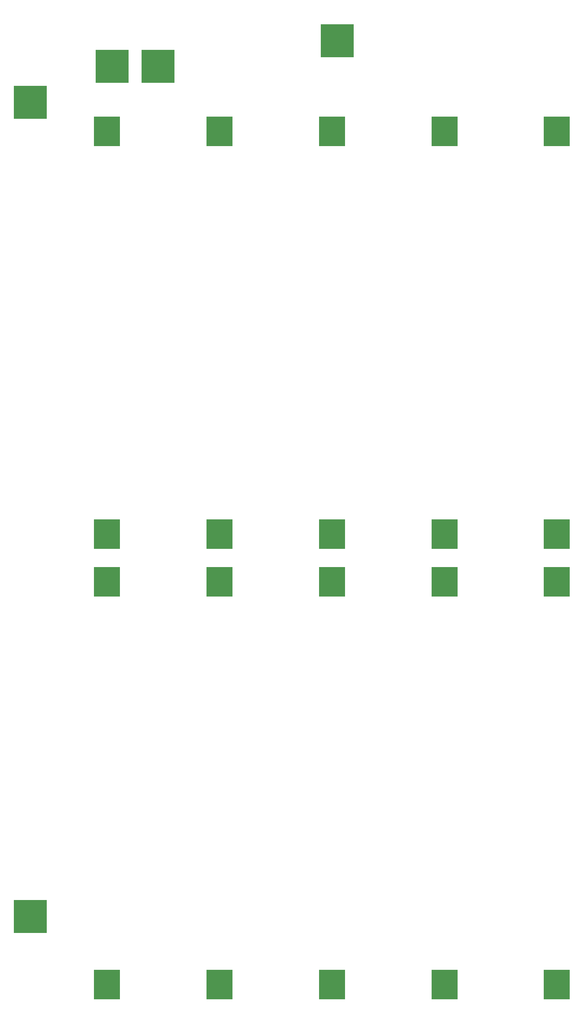
<source format=gbr>
G04 #@! TF.FileFunction,Paste,Top*
%FSLAX46Y46*%
G04 Gerber Fmt 4.6, Leading zero omitted, Abs format (unit mm)*
G04 Created by KiCad (PCBNEW 4.0.6-e0-6349~53~ubuntu16.04.1) date Sun Aug  6 20:38:46 2017*
%MOMM*%
%LPD*%
G01*
G04 APERTURE LIST*
%ADD10C,0.150000*%
%ADD11R,5.120000X5.872000*%
%ADD12R,6.400000X6.400000*%
G04 APERTURE END LIST*
D10*
D11*
X100000000Y-122665000D03*
X100000000Y-201335000D03*
X122000000Y-34665000D03*
X122000000Y-113335000D03*
X34000000Y-122665000D03*
X34000000Y-201335000D03*
X56000000Y-122665000D03*
X56000000Y-201335000D03*
X100000000Y-34665000D03*
X100000000Y-113335000D03*
X78000000Y-122665000D03*
X78000000Y-201335000D03*
X78000000Y-34665000D03*
X78000000Y-113335000D03*
X56000000Y-34665000D03*
X56000000Y-113335000D03*
X122000000Y-122665000D03*
X122000000Y-201335000D03*
X34000000Y-34665000D03*
X34000000Y-113335000D03*
D12*
X19000000Y-29000000D03*
X79000000Y-17000000D03*
X19000000Y-188000000D03*
X35000000Y-22000000D03*
X44000000Y-22000000D03*
M02*

</source>
